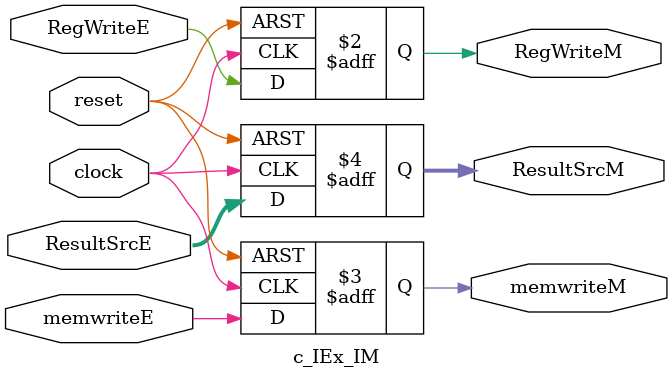
<source format=v>
module c_IEx_IM (
    input clock,
    input reset,
    input [1:0] ResultSrcE,
    input RegWriteE,
    input memwriteE,
    output reg  RegWriteM,
    output reg memwriteM,
    output reg [1:0] ResultSrcM
);

    always @(posedge clock or posedge reset) begin
        if (reset) begin
            RegWriteM  <= 0; 
            memwriteM  <= 0; 
            ResultSrcM <= 0; 
        end else begin
            RegWriteM  <= RegWriteE;
            memwriteM  <= memwriteE;
            ResultSrcM <= ResultSrcE;
        end
    end

endmodule
</source>
